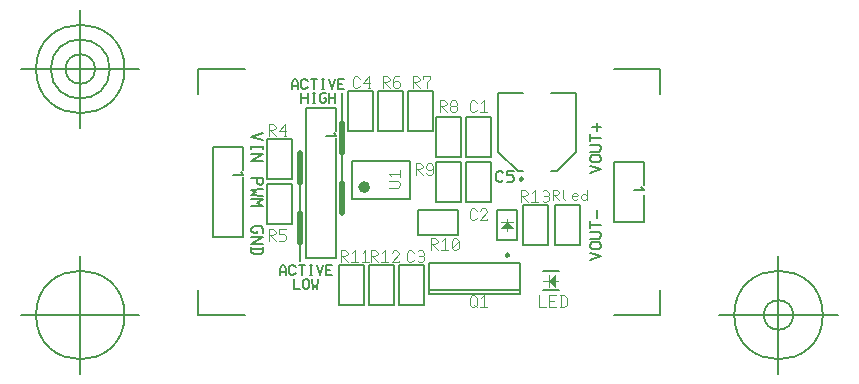
<source format=gbr>
G04 Generated by Ultiboard 14.2 *
%FSLAX24Y24*%
%MOIN*%

%ADD10C,0.0001*%
%ADD11C,0.0061*%
%ADD12C,0.0200*%
%ADD13C,0.0037*%
%ADD14C,0.0080*%
%ADD15C,0.0079*%
%ADD16C,0.0197*%
%ADD17C,0.0052*%
%ADD18C,0.0031*%
%ADD19C,0.0098*%
%ADD20C,0.0070*%
%ADD21C,0.0040*%
%ADD22C,0.0010*%
%ADD23C,0.0050*%


G04 ColorRGB FFFF00 for the following layer *
%LNSilkscreen Top*%
%LPD*%
G54D10*
G54D11*
X2367Y34561D02*
X2761Y34561D01*
X2761Y34404D01*
X2682Y34326D01*
X2643Y34326D01*
X2564Y34404D01*
X2564Y34561D01*
X2761Y34208D02*
X2367Y34169D01*
X2524Y34090D01*
X2367Y34012D01*
X2761Y33973D01*
X2367Y33855D02*
X2761Y33855D01*
X2564Y33738D01*
X2761Y33620D01*
X2367Y33620D01*
X2564Y32804D02*
X2564Y32726D01*
X2446Y32726D01*
X2367Y32804D01*
X2367Y32882D01*
X2446Y32961D01*
X2682Y32961D01*
X2761Y32882D01*
X2761Y32726D01*
X2367Y32608D02*
X2761Y32608D01*
X2367Y32373D01*
X2761Y32373D01*
X2367Y32255D02*
X2367Y32099D01*
X2446Y32020D01*
X2682Y32020D01*
X2761Y32099D01*
X2761Y32255D01*
X2761Y32216D02*
X2367Y32216D01*
X2761Y36061D02*
X2367Y35943D01*
X2761Y35826D01*
X2367Y35630D02*
X2367Y35551D01*
X2761Y35630D02*
X2761Y35551D01*
X2367Y35590D02*
X2761Y35590D01*
X2367Y35355D02*
X2761Y35355D01*
X2367Y35120D01*
X2761Y35120D01*
X13639Y31839D02*
X14033Y31957D01*
X13639Y32074D01*
X13954Y32192D02*
X14033Y32270D01*
X14033Y32349D01*
X13954Y32427D01*
X13718Y32427D01*
X13639Y32349D01*
X13639Y32270D01*
X13718Y32192D01*
X13954Y32192D01*
X13639Y32545D02*
X13954Y32545D01*
X14033Y32623D01*
X14033Y32701D01*
X13954Y32780D01*
X13639Y32780D01*
X14033Y33015D02*
X13639Y33015D01*
X13639Y32897D02*
X13639Y33133D01*
X13876Y33250D02*
X13876Y33485D01*
X13639Y34739D02*
X14033Y34857D01*
X13639Y34974D01*
X13954Y35092D02*
X14033Y35170D01*
X14033Y35249D01*
X13954Y35327D01*
X13718Y35327D01*
X13639Y35249D01*
X13639Y35170D01*
X13718Y35092D01*
X13954Y35092D01*
X13639Y35445D02*
X13954Y35445D01*
X14033Y35523D01*
X14033Y35601D01*
X13954Y35680D01*
X13639Y35680D01*
X14033Y35915D02*
X13639Y35915D01*
X13639Y35797D02*
X13639Y36033D01*
X13876Y36150D02*
X13876Y36385D01*
X13718Y36268D02*
X14033Y36268D01*
X10769Y34497D02*
X10690Y34418D01*
X10612Y34418D01*
X10534Y34497D01*
X10534Y34733D01*
X10612Y34812D01*
X10690Y34812D01*
X10769Y34733D01*
X11122Y34812D02*
X10886Y34812D01*
X10886Y34654D01*
X11043Y34654D01*
X11122Y34576D01*
X11122Y34497D01*
X11043Y34418D01*
X10886Y34418D01*
G54D12*
X5400Y34400D02*
X5400Y33400D01*
X5400Y36400D02*
X5400Y35400D01*
X4000Y34400D02*
X4000Y35400D01*
X4000Y32400D02*
X4000Y33400D01*
G54D13*
X2939Y35967D02*
X2939Y36361D01*
X3096Y36361D01*
X3174Y36282D01*
X3174Y36243D01*
X3096Y36164D01*
X2939Y36164D01*
X2978Y36164D02*
X3174Y35967D01*
X3527Y36124D02*
X3292Y36124D01*
X3488Y36361D01*
X3488Y35967D01*
X3449Y35967D02*
X3527Y35967D01*
X2939Y32467D02*
X2939Y32861D01*
X3096Y32861D01*
X3174Y32782D01*
X3174Y32743D01*
X3096Y32664D01*
X2939Y32664D01*
X2978Y32664D02*
X3174Y32467D01*
X3527Y32861D02*
X3292Y32861D01*
X3292Y32703D01*
X3449Y32703D01*
X3527Y32624D01*
X3527Y32546D01*
X3449Y32467D01*
X3292Y32467D01*
X8339Y32167D02*
X8339Y32561D01*
X8496Y32561D01*
X8574Y32482D01*
X8574Y32443D01*
X8496Y32364D01*
X8339Y32364D01*
X8378Y32364D02*
X8574Y32167D01*
X8731Y32482D02*
X8809Y32561D01*
X8809Y32167D01*
X8692Y32167D02*
X8927Y32167D01*
X9045Y32482D02*
X9123Y32561D01*
X9201Y32561D01*
X9280Y32482D01*
X9280Y32246D01*
X9201Y32167D01*
X9123Y32167D01*
X9045Y32246D01*
X9045Y32482D01*
X9280Y32482D02*
X9045Y32246D01*
X7839Y34667D02*
X7839Y35061D01*
X7996Y35061D01*
X8074Y34982D01*
X8074Y34943D01*
X7996Y34864D01*
X7839Y34864D01*
X7878Y34864D02*
X8074Y34667D01*
X8192Y34746D02*
X8270Y34667D01*
X8349Y34667D01*
X8427Y34746D01*
X8427Y34903D01*
X8427Y34982D01*
X8349Y35061D01*
X8270Y35061D01*
X8192Y34982D01*
X8192Y34903D01*
X8270Y34824D01*
X8349Y34824D01*
X8427Y34903D01*
X9874Y36846D02*
X9796Y36767D01*
X9718Y36767D01*
X9639Y36846D01*
X9639Y37082D01*
X9718Y37161D01*
X9796Y37161D01*
X9874Y37082D01*
X10031Y37082D02*
X10109Y37161D01*
X10109Y36767D01*
X9992Y36767D02*
X10227Y36767D01*
X8639Y36767D02*
X8639Y37161D01*
X8796Y37161D01*
X8874Y37082D01*
X8874Y37043D01*
X8796Y36964D01*
X8639Y36964D01*
X8678Y36964D02*
X8874Y36767D01*
X9149Y36767D02*
X9070Y36767D01*
X8992Y36846D01*
X8992Y36924D01*
X9031Y36964D01*
X8992Y37003D01*
X8992Y37082D01*
X9070Y37161D01*
X9149Y37161D01*
X9227Y37082D01*
X9227Y37003D01*
X9188Y36964D01*
X9227Y36924D01*
X9227Y36846D01*
X9149Y36767D01*
X9031Y36964D02*
X9188Y36964D01*
X6739Y37567D02*
X6739Y37961D01*
X6896Y37961D01*
X6974Y37882D01*
X6974Y37843D01*
X6896Y37764D01*
X6739Y37764D01*
X6778Y37764D02*
X6974Y37567D01*
X7288Y37961D02*
X7170Y37961D01*
X7092Y37882D01*
X7092Y37724D01*
X7092Y37646D01*
X7170Y37567D01*
X7249Y37567D01*
X7327Y37646D01*
X7327Y37724D01*
X7249Y37803D01*
X7170Y37803D01*
X7092Y37724D01*
X7739Y37567D02*
X7739Y37961D01*
X7896Y37961D01*
X7974Y37882D01*
X7974Y37843D01*
X7896Y37764D01*
X7739Y37764D01*
X7778Y37764D02*
X7974Y37567D01*
X8209Y37567D02*
X8209Y37764D01*
X8327Y37882D01*
X8327Y37961D01*
X8092Y37961D01*
X8092Y37882D01*
X7774Y31846D02*
X7696Y31767D01*
X7618Y31767D01*
X7539Y31846D01*
X7539Y32082D01*
X7618Y32161D01*
X7696Y32161D01*
X7774Y32082D01*
X7931Y32121D02*
X7970Y32161D01*
X8049Y32161D01*
X8127Y32082D01*
X8127Y32003D01*
X8088Y31964D01*
X8127Y31924D01*
X8127Y31846D01*
X8049Y31767D01*
X7970Y31767D01*
X7931Y31806D01*
X7970Y31964D02*
X8088Y31964D01*
X6339Y31767D02*
X6339Y32161D01*
X6496Y32161D01*
X6574Y32082D01*
X6574Y32043D01*
X6496Y31964D01*
X6339Y31964D01*
X6378Y31964D02*
X6574Y31767D01*
X6731Y32082D02*
X6809Y32161D01*
X6809Y31767D01*
X6692Y31767D02*
X6927Y31767D01*
X7045Y32082D02*
X7123Y32161D01*
X7201Y32161D01*
X7280Y32082D01*
X7280Y32043D01*
X7045Y31767D01*
X7280Y31767D01*
X7280Y31806D01*
X5974Y37646D02*
X5896Y37567D01*
X5818Y37567D01*
X5739Y37646D01*
X5739Y37882D01*
X5818Y37961D01*
X5896Y37961D01*
X5974Y37882D01*
X6327Y37724D02*
X6092Y37724D01*
X6288Y37961D01*
X6288Y37567D01*
X6249Y37567D02*
X6327Y37567D01*
X6939Y34239D02*
X7254Y34239D01*
X7333Y34318D01*
X7333Y34396D01*
X7254Y34474D01*
X6939Y34474D01*
X7018Y34631D02*
X6939Y34710D01*
X7333Y34710D01*
X7333Y34592D02*
X7333Y34827D01*
X5339Y31767D02*
X5339Y32161D01*
X5496Y32161D01*
X5574Y32082D01*
X5574Y32043D01*
X5496Y31964D01*
X5339Y31964D01*
X5378Y31964D02*
X5574Y31767D01*
X5731Y32082D02*
X5809Y32161D01*
X5809Y31767D01*
X5692Y31767D02*
X5927Y31767D01*
X6084Y32082D02*
X6162Y32161D01*
X6162Y31767D01*
X6045Y31767D02*
X6280Y31767D01*
X9639Y30346D02*
X9717Y30268D01*
X9796Y30268D01*
X9874Y30346D01*
X9874Y30582D01*
X9796Y30661D01*
X9717Y30661D01*
X9639Y30582D01*
X9639Y30346D01*
X9796Y30346D02*
X9874Y30268D01*
X10030Y30582D02*
X10108Y30661D01*
X10108Y30268D01*
X9991Y30268D02*
X10226Y30268D01*
X11339Y33767D02*
X11339Y34161D01*
X11496Y34161D01*
X11574Y34082D01*
X11574Y34043D01*
X11496Y33964D01*
X11339Y33964D01*
X11378Y33964D02*
X11574Y33767D01*
X11731Y34082D02*
X11809Y34161D01*
X11809Y33767D01*
X11692Y33767D02*
X11927Y33767D01*
X12084Y34121D02*
X12123Y34161D01*
X12201Y34161D01*
X12280Y34082D01*
X12280Y34003D01*
X12241Y33964D01*
X12280Y33924D01*
X12280Y33846D01*
X12201Y33767D01*
X12123Y33767D01*
X12084Y33806D01*
X12123Y33964D02*
X12241Y33964D01*
X9874Y33246D02*
X9796Y33167D01*
X9718Y33167D01*
X9639Y33246D01*
X9639Y33482D01*
X9718Y33561D01*
X9796Y33561D01*
X9874Y33482D01*
X9992Y33482D02*
X10070Y33561D01*
X10149Y33561D01*
X10227Y33482D01*
X10227Y33443D01*
X9992Y33167D01*
X10227Y33167D01*
X10227Y33206D01*
X11939Y30661D02*
X11939Y30267D01*
X12174Y30267D01*
X12527Y30267D02*
X12292Y30267D01*
X12292Y30464D01*
X12292Y30661D01*
X12527Y30661D01*
X12292Y30464D02*
X12449Y30464D01*
X12645Y30267D02*
X12801Y30267D01*
X12880Y30346D01*
X12880Y30582D01*
X12801Y30661D01*
X12645Y30661D01*
X12684Y30661D02*
X12684Y30267D01*
G54D14*
X3717Y35867D02*
X3717Y34533D01*
X2883Y34533D02*
X2883Y35867D01*
X3717Y34533D02*
X2883Y34533D01*
X2883Y35867D02*
X3717Y35867D01*
X3717Y34367D02*
X3717Y33033D01*
X2883Y33033D02*
X2883Y34367D01*
X3717Y33033D02*
X2883Y33033D01*
X2883Y34367D02*
X3717Y34367D01*
X7933Y33517D02*
X9267Y33517D01*
X9267Y32683D02*
X7933Y32683D01*
X9267Y33517D02*
X9267Y32683D01*
X7933Y32683D02*
X7933Y33517D01*
X8533Y33783D02*
X8533Y35117D01*
X9367Y35117D02*
X9367Y33783D01*
X8533Y35117D02*
X9367Y35117D01*
X9367Y33783D02*
X8533Y33783D01*
X10367Y36617D02*
X10367Y35283D01*
X9533Y35283D02*
X9533Y36617D01*
X10367Y36617D01*
X10367Y35283D02*
X9533Y35283D01*
X8533Y35283D02*
X8533Y36617D01*
X9367Y36617D02*
X9367Y35283D01*
X8533Y36617D02*
X9367Y36617D01*
X9367Y35283D02*
X8533Y35283D01*
X6583Y36133D02*
X6583Y37467D01*
X7417Y37467D02*
X7417Y36133D01*
X6583Y37467D02*
X7417Y37467D01*
X7417Y36133D02*
X6583Y36133D01*
X8417Y37467D02*
X8417Y36133D01*
X7583Y36133D02*
X7583Y37467D01*
X8417Y36133D02*
X7583Y36133D01*
X7583Y37467D02*
X8417Y37467D01*
X8117Y31667D02*
X8117Y30333D01*
X7283Y30333D02*
X7283Y31667D01*
X8117Y31667D01*
X8117Y30333D02*
X7283Y30333D01*
X7117Y31667D02*
X7117Y30333D01*
X6283Y30333D02*
X6283Y31667D01*
X7117Y30333D02*
X6283Y30333D01*
X6283Y31667D02*
X7117Y31667D01*
X5200Y31900D02*
X5200Y35900D01*
X5200Y36150D02*
X5200Y36900D01*
X4200Y36900D01*
X5200Y35983D02*
X4867Y35983D01*
X5117Y36067D02*
X5200Y35983D01*
X5200Y31900D02*
X4200Y31900D01*
X4200Y36900D01*
X6417Y37467D02*
X6417Y36133D01*
X5583Y36133D02*
X5583Y37467D01*
X6417Y37467D01*
X6417Y36133D02*
X5583Y36133D01*
X5283Y30333D02*
X5283Y31667D01*
X6117Y31667D02*
X6117Y30333D01*
X5283Y31667D02*
X6117Y31667D01*
X6117Y30333D02*
X5283Y30333D01*
X4000Y32300D02*
X4000Y31800D01*
X4000Y33500D02*
X4000Y34300D01*
X5400Y34500D02*
X5400Y35300D01*
X5400Y37400D02*
X5400Y36500D01*
X2100Y35600D02*
X1100Y35600D01*
X2100Y32600D02*
X1100Y32600D01*
X2100Y32600D02*
X2100Y34600D01*
X2100Y34850D02*
X2100Y35600D01*
X2100Y34683D02*
X1767Y34683D01*
X2017Y34767D02*
X2100Y34683D01*
X1100Y32600D02*
X1100Y35600D01*
X8303Y30847D02*
X11304Y30847D01*
X11318Y30713D02*
X8291Y30713D01*
X8291Y31741D02*
X11324Y31741D01*
X11327Y30721D02*
X11327Y31725D01*
X12267Y33667D02*
X12267Y32333D01*
X11433Y32333D02*
X11433Y33667D01*
X12267Y32333D02*
X11433Y32333D01*
X11433Y33667D02*
X12267Y33667D01*
X10367Y35117D02*
X10367Y33783D01*
X9533Y33783D02*
X9533Y35117D01*
X10367Y35117D01*
X10367Y33783D02*
X9533Y33783D01*
X14450Y33100D02*
X14450Y35100D01*
X15450Y34350D02*
X15450Y35100D01*
X14450Y35100D01*
X15450Y33100D02*
X15450Y34017D01*
X15450Y34183D02*
X15117Y34183D01*
X15367Y34267D02*
X15450Y34183D01*
X15450Y33100D02*
X14450Y33100D01*
X12483Y32333D02*
X12483Y33667D01*
X13317Y33667D02*
X13317Y32333D01*
X12483Y33667D02*
X13317Y33667D01*
X13317Y32333D02*
X12483Y32333D01*
X10565Y32498D02*
X11235Y32498D01*
X11235Y33502D01*
X10565Y33502D01*
X10565Y32498D01*
G54D15*
X7665Y33870D02*
X7665Y35130D01*
X5735Y35130D02*
X5735Y33870D01*
X7665Y33870D01*
X7665Y35130D02*
X5735Y35130D01*
X8279Y31723D02*
X8279Y30719D01*
X10601Y35450D02*
X10601Y37399D01*
X13199Y35450D02*
X13199Y37399D01*
X12363Y34801D02*
X12550Y34801D01*
X13199Y35450D01*
X11437Y34801D02*
X11250Y34801D01*
X10601Y35450D01*
X13199Y37399D02*
X12363Y37399D01*
X10601Y37399D02*
X11437Y37399D01*
G54D16*
X6031Y34264D02*
G75*
D01*
G02X6031Y34264I98J0*
G01*
G54D17*
X3334Y31329D02*
X3334Y31531D01*
X3401Y31666D01*
X3468Y31666D01*
X3535Y31531D01*
X3535Y31329D01*
X3334Y31430D02*
X3535Y31430D01*
X3838Y31396D02*
X3770Y31329D01*
X3703Y31329D01*
X3636Y31396D01*
X3636Y31599D01*
X3703Y31666D01*
X3770Y31666D01*
X3838Y31599D01*
X4039Y31329D02*
X4039Y31666D01*
X3938Y31666D02*
X4140Y31666D01*
X4308Y31329D02*
X4375Y31329D01*
X4308Y31666D02*
X4375Y31666D01*
X4341Y31329D02*
X4341Y31666D01*
X4543Y31666D02*
X4644Y31329D01*
X4745Y31666D01*
X5047Y31329D02*
X4845Y31329D01*
X4845Y31498D01*
X4845Y31666D01*
X5047Y31666D01*
X4845Y31498D02*
X4980Y31498D01*
X3787Y31194D02*
X3787Y30856D01*
X3989Y30856D01*
X4090Y30924D02*
X4157Y30856D01*
X4224Y30856D01*
X4291Y30924D01*
X4291Y31126D01*
X4224Y31194D01*
X4157Y31194D01*
X4090Y31126D01*
X4090Y30924D01*
X4392Y31194D02*
X4425Y30856D01*
X4493Y30991D01*
X4560Y30856D01*
X4593Y31194D01*
X3734Y37529D02*
X3734Y37731D01*
X3801Y37866D01*
X3868Y37866D01*
X3935Y37731D01*
X3935Y37529D01*
X3734Y37630D02*
X3935Y37630D01*
X4238Y37596D02*
X4170Y37529D01*
X4103Y37529D01*
X4036Y37596D01*
X4036Y37799D01*
X4103Y37866D01*
X4170Y37866D01*
X4238Y37799D01*
X4439Y37529D02*
X4439Y37866D01*
X4338Y37866D02*
X4540Y37866D01*
X4708Y37529D02*
X4775Y37529D01*
X4708Y37866D02*
X4775Y37866D01*
X4741Y37529D02*
X4741Y37866D01*
X4943Y37866D02*
X5044Y37529D01*
X5145Y37866D01*
X5447Y37529D02*
X5245Y37529D01*
X5245Y37698D01*
X5245Y37866D01*
X5447Y37866D01*
X5245Y37698D02*
X5380Y37698D01*
X4036Y37056D02*
X4036Y37394D01*
X4238Y37056D02*
X4238Y37394D01*
X4036Y37225D02*
X4238Y37225D01*
X4406Y37056D02*
X4473Y37056D01*
X4406Y37394D02*
X4473Y37394D01*
X4439Y37056D02*
X4439Y37394D01*
X4775Y37225D02*
X4842Y37225D01*
X4842Y37124D01*
X4775Y37056D01*
X4708Y37056D01*
X4641Y37124D01*
X4641Y37326D01*
X4708Y37394D01*
X4842Y37394D01*
X4943Y37056D02*
X4943Y37394D01*
X5145Y37056D02*
X5145Y37394D01*
X4943Y37225D02*
X5145Y37225D01*
G54D18*
X12434Y33829D02*
X12434Y34166D01*
X12568Y34166D01*
X12635Y34099D01*
X12635Y34065D01*
X12568Y33998D01*
X12434Y33998D01*
X12467Y33998D02*
X12635Y33829D01*
X12770Y34166D02*
X12770Y33896D01*
X12837Y33829D01*
X13240Y33896D02*
X13173Y33829D01*
X13106Y33829D01*
X13038Y33896D01*
X13038Y33998D01*
X13106Y34065D01*
X13173Y34065D01*
X13240Y33998D01*
X13206Y33964D01*
X13038Y33964D01*
X13542Y33896D02*
X13475Y33829D01*
X13408Y33829D01*
X13341Y33896D01*
X13341Y33964D01*
X13408Y34031D01*
X13475Y34031D01*
X13542Y33964D01*
X13542Y34166D02*
X13542Y33829D01*
G54D19*
X11319Y34525D02*
G75*
D01*
G02X11319Y34525I50J0*
G01*
X10851Y31996D02*
G75*
D01*
G02X10851Y31996I49J0*
G01*
G54D20*
X12609Y31468D02*
X12088Y31468D01*
X12606Y30831D02*
X12101Y30831D01*
G54D21*
X12600Y31150D02*
X12100Y31150D01*
X12300Y31350D02*
X12300Y30950D01*
X11089Y33086D02*
X10689Y33086D01*
X10889Y32786D02*
X10889Y33186D01*
G54D22*
G36*
X12500Y30950D02*
X12500Y30950D01*
X12300Y31150D01*
X12500Y31350D01*
X12500Y30950D01*
D02*
G37*
X12300Y31150D01*
X12500Y31350D01*
X12500Y30950D01*
G36*
X10689Y32886D02*
X10689Y32886D01*
X10889Y33086D01*
X11089Y32886D01*
X10689Y32886D01*
D02*
G37*
X10889Y33086D01*
X11089Y32886D01*
X10689Y32886D01*
G54D23*
X600Y30000D02*
X600Y30820D01*
X600Y30000D02*
X2140Y30000D01*
X16000Y30000D02*
X14460Y30000D01*
X16000Y30000D02*
X16000Y30820D01*
X16000Y38200D02*
X16000Y37380D01*
X16000Y38200D02*
X14460Y38200D01*
X600Y38200D02*
X2140Y38200D01*
X600Y38200D02*
X600Y37380D01*
X-1369Y30000D02*
X-5306Y30000D01*
X-3337Y28031D02*
X-3337Y31969D01*
X-4813Y30000D02*
G75*
D01*
G02X-4813Y30000I1476J0*
G01*
X17969Y30000D02*
X21906Y30000D01*
X19937Y28031D02*
X19937Y31969D01*
X18461Y30000D02*
G75*
D01*
G02X18461Y30000I1476J0*
G01*
X19445Y30000D02*
G75*
D01*
G02X19445Y30000I492J0*
G01*
X-1369Y38200D02*
X-5306Y38200D01*
X-3337Y36231D02*
X-3337Y40169D01*
X-4813Y38200D02*
G75*
D01*
G02X-4813Y38200I1476J0*
G01*
X-4321Y38200D02*
G75*
D01*
G02X-4321Y38200I984J0*
G01*
X-3829Y38200D02*
G75*
D01*
G02X-3829Y38200I492J0*
G01*

M02*

</source>
